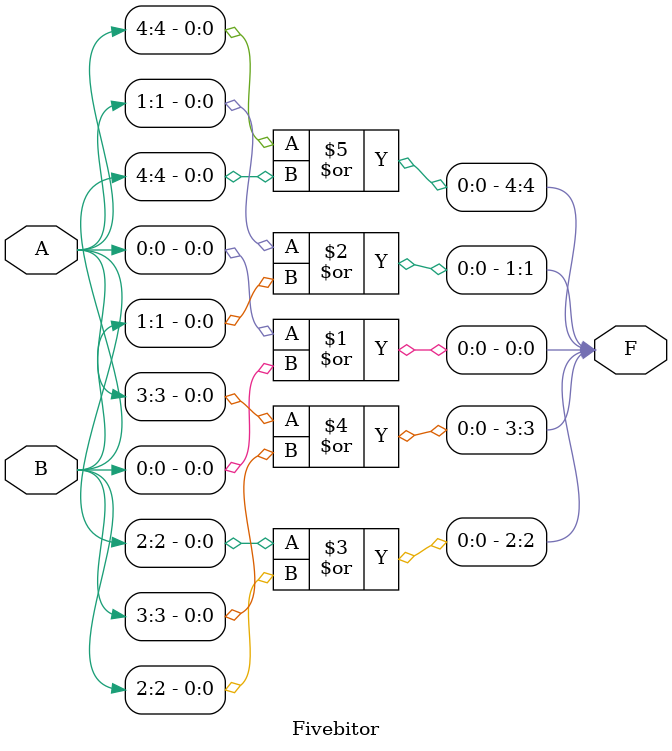
<source format=v>
module Fivebitor(F,A,B);

	input [4:0] A,B;
	output[4:0] F;
	
	or or1(F[0],A[0],B[0]);
	or or2(F[1],A[1],B[1]);
	or or3(F[2],A[2],B[2]);
	or or4(F[3],A[3],B[3]);
	or or5(F[4],A[4],B[4]);
	
endmodule

</source>
